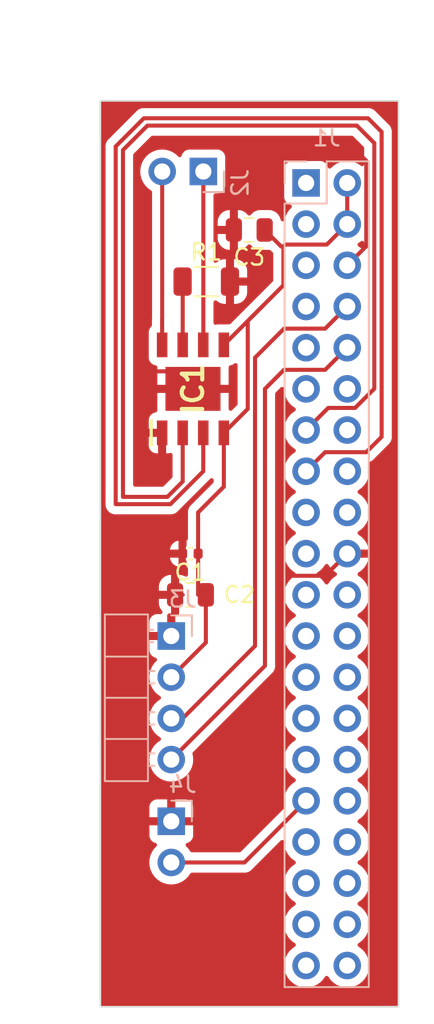
<source format=kicad_pcb>
(kicad_pcb (version 20221018) (generator pcbnew)
  (layers (0 "F.Cu" signal) (31 "B.Cu" signal) (34 "B.Paste" user) (35 "F.Paste" user) (36 "B.SilkS" user "B.Silkscreen") (37 "F.SilkS" user "F.Silkscreen") (38 "B.Mask" user) (39 "F.Mask" user) (44 "Edge.Cuts" user))
  (net 0 "")
  (net 1 "GND")
  (net 2 "/MOTOR_FORWARD")
  (net 3 "/MOTOR_BACKWARD")
  (net 4 "VCC")
  (net 5 "/MOTOR_F_OUT")
  (net 6 "Net-(IC1-ISEN)")
  (net 7 "/MOTOR_R_OUT")
  (net 39 "/TXD")
  (net 40 "/RXD")
  (net 41 "/LED_GPIO")
  (footprint "Capacitor_SMD:C_0805_2012Metric" (layer "F.Cu") (at 33.5 55.88 180)
    (fp_text reference "C2" (at -3.02287 0.008633 180) (layer "F.SilkS"))
    (fp_text value "47μF")
    (fp_line (start -0.261252 -0.735) (end 0.261252 -0.735) (stroke (width 0.12)) (layer "F.SilkS"))
    (fp_line (start -0.261252 0.735) (end 0.261252 0.735) (stroke (width 0.12)) (layer "F.SilkS"))
    (pad "1" smd roundrect (at -0.95 0 180) (size 1 1.45) (layers "F.Cu" "F.Paste" "F.Mask") (net 4 "VCC"))
    (pad "2" smd roundrect (at 0.95 0 180) (size 1 1.45) (layers "F.Cu" "F.Paste" "F.Mask") (net 1 "GND"))
  )
  (footprint "KiCad:SOIC127P600X170-9N" (layer "F.Cu") (at 33.655 43.18 90)
    (fp_text reference "IC1" (at 0 0 90) (layer "F.SilkS") (effects (font (size 1.27 1.27) (thickness 0.254))))
    (fp_text value "DRV8251DDAR" hide)
    (fp_line (start -3.475 -2.58) (end -1.95 -2.58) (stroke (width 0.2)) (layer "F.SilkS"))
    (pad "1" smd rect (at -2.712 -1.905 180) (size 0.65 1.525) (layers "F.Cu" "F.Paste" "F.Mask") (net 1 "GND"))
    (pad "2" smd rect (at -2.712 -0.635 180) (size 0.65 1.525) (layers "F.Cu" "F.Paste" "F.Mask") (net 2 "/MOTOR_FORWARD"))
    (pad "3" smd rect (at -2.712 0.635 180) (size 0.65 1.525) (layers "F.Cu" "F.Paste" "F.Mask") (net 3 "/MOTOR_BACKWARD"))
    (pad "4" smd rect (at -2.712 1.905 180) (size 0.65 1.525) (layers "F.Cu" "F.Paste" "F.Mask") (net 4 "VCC"))
    (pad "5" smd rect (at 2.712 1.905 180) (size 0.65 1.525) (layers "F.Cu" "F.Paste" "F.Mask") (net 4 "VCC"))
    (pad "6" smd rect (at 2.712 0.635 180) (size 0.65 1.525) (layers "F.Cu" "F.Paste" "F.Mask") (net 5 "/MOTOR_F_OUT"))
    (pad "7" smd rect (at 2.712 -0.635 180) (size 0.65 1.525) (layers "F.Cu" "F.Paste" "F.Mask") (net 6 "Net-(IC1-ISEN)"))
    (pad "8" smd rect (at 2.712 -1.905 180) (size 0.65 1.525) (layers "F.Cu" "F.Paste" "F.Mask") (net 7 "/MOTOR_R_OUT"))
    (pad "9" smd rect (at 0 0 90) (size 2.71 3.4) (layers "F.Cu" "F.Paste" "F.Mask") (net 1 "GND"))
  )
  (footprint "Resistor_SMD:R_1206_3216Metric" (layer "F.Cu") (at 34.476584 36.563709)
    (fp_text reference "R1" (at 0 -1.82) (layer "F.SilkS"))
    (fp_text value "6.5Ω")
    (fp_line (start -0.727064 -0.91) (end 0.727064 -0.91) (stroke (width 0.12)) (layer "F.SilkS"))
    (fp_line (start -0.727064 0.91) (end 0.727064 0.91) (stroke (width 0.12)) (layer "F.SilkS"))
    (pad "1" smd roundrect (at -1.4625 0) (size 1.125 1.75) (layers "F.Cu" "F.Paste" "F.Mask") (roundrect_rratio 0.2222222222) (net 6 "Net-(IC1-ISEN)"))
    (pad "2" smd roundrect (at 1.4625 0) (size 1.125 1.75) (layers "F.Cu" "F.Paste" "F.Mask") (roundrect_rratio 0.2222222222) (net 1 "GND"))
  )
  (footprint "Capacitor_SMD:C_0805_2012Metric" (layer "F.Cu") (at 37.129626 33.380029 180)
    (fp_text reference "C3" (at 0 -1.68) (layer "F.SilkS"))
    (fp_text value "47μF")
    (fp_line (start -0.261252 -0.735) (end 0.261252 -0.735) (stroke (width 0.12)) (layer "F.SilkS"))
    (fp_line (start -0.261252 0.735) (end 0.261252 0.735) (stroke (width 0.12)) (layer "F.SilkS"))
    (pad "1" smd roundrect (at -0.95 0 180) (size 1 1.45) (layers "F.Cu" "F.Paste" "F.Mask") (net 4 "VCC"))
    (pad "2" smd roundrect (at 0.95 0 180) (size 1 1.45) (layers "F.Cu" "F.Paste" "F.Mask") (net 1 "GND"))
  )
  (footprint "Capacitor_SMD:C_0402_1005Metric" (layer "F.Cu") (at 33.492285 53.34 180)
    (fp_text reference "C1" (at 0 -1.16) (layer "F.SilkS"))
    (fp_text value "0.1μF")
    (fp_line (start -0.107836 -0.36) (end 0.107836 -0.36) (stroke (width 0.12)) (layer "F.SilkS"))
    (fp_line (start -0.107836 0.36) (end 0.107836 0.36) (stroke (width 0.12)) (layer "F.SilkS"))
    (pad "1" smd roundrect (at -0.48 0 180) (size 0.56 0.62) (layers "F.Cu" "F.Paste" "F.Mask") (net 4 "VCC"))
    (pad "2" smd roundrect (at 0.48 0 180) (size 0.56 0.62) (layers "F.Cu" "F.Paste" "F.Mask") (net 1 "GND"))
  )
  (footprint "Library:CUSTOM_PinHeader_1x04_P2.54mm_Horizontal" (layer "B.Cu") (at 32.315 58.42 180)
    (fp_text reference "J3" (at -0.705 2.27) (layer "B.SilkS") (effects (justify mirror)))
    (fp_text value "NFC")
    (fp_line (start -1.27 0) (end -1.27 1.27) (stroke (width 0.12)) (layer "B.SilkS"))
    (fp_line (start -1.27 1.27) (end 0 1.27) (stroke (width 0.12)) (layer "B.SilkS"))
    (fp_line (start 1.042929 -8) (end 1.44 -8) (stroke (width 0.12)) (layer "B.SilkS"))
    (fp_line (start 1.042929 -7.24) (end 1.44 -7.24) (stroke (width 0.12)) (layer "B.SilkS"))
    (fp_line (start 1.042929 -5.46) (end 1.44 -5.46) (stroke (width 0.12)) (layer "B.SilkS"))
    (fp_line (start 1.042929 -4.7) (end 1.44 -4.7) (stroke (width 0.12)) (layer "B.SilkS"))
    (fp_line (start 1.042929 -2.92) (end 1.44 -2.92) (stroke (width 0.12)) (layer "B.SilkS"))
    (fp_line (start 1.042929 -2.16) (end 1.44 -2.16) (stroke (width 0.12)) (layer "B.SilkS"))
    (fp_line (start 1.11 -0.38) (end 1.44 -0.38) (stroke (width 0.12)) (layer "B.SilkS"))
    (fp_line (start 1.11 0.38) (end 1.44 0.38) (stroke (width 0.12)) (layer "B.SilkS"))
    (fp_line (start 1.44 -8.95) (end 4.1 -8.95) (stroke (width 0.12)) (layer "B.SilkS"))
    (fp_line (start 1.44 -6.35) (end 4.1 -6.35) (stroke (width 0.12)) (layer "B.SilkS"))
    (fp_line (start 1.44 -3.81) (end 4.1 -3.81) (stroke (width 0.12)) (layer "B.SilkS"))
    (fp_line (start 1.44 -1.27) (end 4.1 -1.27) (stroke (width 0.12)) (layer "B.SilkS"))
    (fp_line (start 1.44 1.33) (end 1.44 -8.95) (stroke (width 0.12)) (layer "B.SilkS"))
    (fp_line (start 4.1 -8.95) (end 4.1 1.33) (stroke (width 0.12)) (layer "B.SilkS"))
    (fp_line (start 4.1 1.33) (end 1.44 1.33) (stroke (width 0.12)) (layer "B.SilkS"))
    (pad "1" thru_hole rect (at 0 0 180) (size 1.7 1.7) (drill 1) (layers "*.Cu" "*.Mask") (net 1 "GND"))
    (pad "2" thru_hole oval (at 0 -2.54 180) (size 1.7 1.7) (drill 1) (layers "*.Cu" "*.Mask") (net 4 "VCC"))
    (pad "3" thru_hole oval (at 0 -5.08 180) (size 1.7 1.7) (drill 1) (layers "*.Cu" "*.Mask") (net 39 "/TXD"))
    (pad "4" thru_hole oval (at 0 -7.62 180) (size 1.7 1.7) (drill 1) (layers "*.Cu" "*.Mask") (net 40 "/RXD"))
  )
  (footprint "Library:CUSTOM_PIN_HEADER_01x02_J2" (layer "B.Cu") (at 34.295 29.775 90)
    (fp_text reference "J2" (at -0.705 2.27 90) (layer "B.SilkS") (effects (justify mirror)))
    (fp_text value "MOTOR_OUTPUT")
    (fp_line (start -1.27 0) (end -1.27 1.27) (stroke (width 0.12)) (layer "B.SilkS"))
    (fp_line (start -1.27 1.27) (end 0 1.27) (stroke (width 0.12)) (layer "B.SilkS"))
    (pad "1" thru_hole rect (at 0 0 90) (size 1.7 1.7) (drill 1) (layers "*.Cu" "*.Mask") (net 5 "/MOTOR_F_OUT"))
    (pad "2" thru_hole oval (at 0 -2.54 90) (size 1.7 1.7) (drill 1) (layers "*.Cu" "*.Mask") (net 7 "/MOTOR_R_OUT"))
  )
  (footprint "Library:CUSTOM_PIN_HEADER_01x02_J2" (layer "B.Cu") (at 32.315 69.845 180)
    (fp_text reference "J4" (at -0.705 2.27) (layer "B.SilkS") (effects (justify mirror)))
    (fp_text value "LED")
    (fp_line (start -1.27 0) (end -1.27 1.27) (stroke (width 0.12)) (layer "B.SilkS"))
    (fp_line (start -1.27 1.27) (end 0 1.27) (stroke (width 0.12)) (layer "B.SilkS"))
    (pad "1" thru_hole rect (at 0 0 180) (size 1.7 1.7) (drill 1) (layers "*.Cu" "*.Mask") (net 1 "GND"))
    (pad "2" thru_hole oval (at 0 -2.54 180) (size 1.7 1.7) (drill 1) (layers "*.Cu" "*.Mask") (net 41 "/LED_GPIO"))
  )
  (footprint "Connector_PinSocket_2.54mm:PinSocket_2x20_P2.54mm_Vertical" (layer "B.Cu") (at 40.64 30.48 180)
    (fp_text reference "J1" (at -1.27 2.77) (layer "B.SilkS") (effects (justify mirror)))
    (fp_text value "Raspberry_Pi_2_3")
    (fp_line (start -3.87 -49.59) (end 1.33 -49.59) (stroke (width 0.12)) (layer "B.SilkS"))
    (fp_line (start -3.87 1.33) (end -3.87 -49.59) (stroke (width 0.12)) (layer "B.SilkS"))
    (fp_line (start -3.87 1.33) (end -1.27 1.33) (stroke (width 0.12)) (layer "B.SilkS"))
    (fp_line (start -1.27 -1.27) (end 1.33 -1.27) (stroke (width 0.12)) (layer "B.SilkS"))
    (fp_line (start -1.27 1.33) (end -1.27 -1.27) (stroke (width 0.12)) (layer "B.SilkS"))
    (fp_line (start 0 1.33) (end 1.33 1.33) (stroke (width 0.12)) (layer "B.SilkS"))
    (fp_line (start 1.33 -1.27) (end 1.33 -49.59) (stroke (width 0.12)) (layer "B.SilkS"))
    (fp_line (start 1.33 1.33) (end 1.33 0) (stroke (width 0.12)) (layer "B.SilkS"))
    (pad "1" thru_hole rect (at 0 0 180) (size 1.7 1.7) (drill 1) (layers "*.Cu" "*.Mask"))
    (pad "2" thru_hole oval (at -2.54 0 180) (size 1.7 1.7) (drill 1) (layers "*.Cu" "*.Mask") (net 4 "VCC"))
    (pad "3" thru_hole oval (at 0 -2.54 180) (size 1.7 1.7) (drill 1) (layers "*.Cu" "*.Mask"))
    (pad "4" thru_hole oval (at -2.54 -2.54 180) (size 1.7 1.7) (drill 1) (layers "*.Cu" "*.Mask") (net 4 "VCC"))
    (pad "5" thru_hole oval (at 0 -5.08 180) (size 1.7 1.7) (drill 1) (layers "*.Cu" "*.Mask"))
    (pad "6" thru_hole oval (at -2.54 -5.08 180) (size 1.7 1.7) (drill 1) (layers "*.Cu" "*.Mask") (net 1 "GND"))
    (pad "7" thru_hole oval (at 0 -7.62 180) (size 1.7 1.7) (drill 1) (layers "*.Cu" "*.Mask"))
    (pad "8" thru_hole oval (at -2.54 -7.62 180) (size 1.7 1.7) (drill 1) (layers "*.Cu" "*.Mask") (net 39 "/TXD"))
    (pad "9" thru_hole oval (at 0 -10.16 180) (size 1.7 1.7) (drill 1) (layers "*.Cu" "*.Mask"))
    (pad "10" thru_hole oval (at -2.54 -10.16 180) (size 1.7 1.7) (drill 1) (layers "*.Cu" "*.Mask") (net 40 "/RXD"))
    (pad "11" thru_hole oval (at 0 -12.7 180) (size 1.7 1.7) (drill 1) (layers "*.Cu" "*.Mask"))
    (pad "12" thru_hole oval (at -2.54 -12.7 180) (size 1.7 1.7) (drill 1) (layers "*.Cu" "*.Mask"))
    (pad "13" thru_hole oval (at 0 -15.24 180) (size 1.7 1.7) (drill 1) (layers "*.Cu" "*.Mask") (net 2 "/MOTOR_FORWARD"))
    (pad "14" thru_hole oval (at -2.54 -15.24 180) (size 1.7 1.7) (drill 1) (layers "*.Cu" "*.Mask"))
    (pad "15" thru_hole oval (at 0 -17.78 180) (size 1.7 1.7) (drill 1) (layers "*.Cu" "*.Mask") (net 3 "/MOTOR_BACKWARD"))
    (pad "16" thru_hole oval (at -2.54 -17.78 180) (size 1.7 1.7) (drill 1) (layers "*.Cu" "*.Mask"))
    (pad "17" thru_hole oval (at 0 -20.32 180) (size 1.7 1.7) (drill 1) (layers "*.Cu" "*.Mask"))
    (pad "18" thru_hole oval (at -2.54 -20.32 180) (size 1.7 1.7) (drill 1) (layers "*.Cu" "*.Mask"))
    (pad "19" thru_hole oval (at 0 -22.86 180) (size 1.7 1.7) (drill 1) (layers "*.Cu" "*.Mask"))
    (pad "20" thru_hole oval (at -2.54 -22.86 180) (size 1.7 1.7) (drill 1) (layers "*.Cu" "*.Mask") (net 1 "GND"))
    (pad "21" thru_hole oval (at 0 -25.4 180) (size 1.7 1.7) (drill 1) (layers "*.Cu" "*.Mask"))
    (pad "22" thru_hole oval (at -2.54 -25.4 180) (size 1.7 1.7) (drill 1) (layers "*.Cu" "*.Mask"))
    (pad "23" thru_hole oval (at 0 -27.94 180) (size 1.7 1.7) (drill 1) (layers "*.Cu" "*.Mask"))
    (pad "24" thru_hole oval (at -2.54 -27.94 180) (size 1.7 1.7) (drill 1) (layers "*.Cu" "*.Mask"))
    (pad "25" thru_hole oval (at 0 -30.48 180) (size 1.7 1.7) (drill 1) (layers "*.Cu" "*.Mask"))
    (pad "26" thru_hole oval (at -2.54 -30.48 180) (size 1.7 1.7) (drill 1) (layers "*.Cu" "*.Mask"))
    (pad "27" thru_hole oval (at 0 -33.02 180) (size 1.7 1.7) (drill 1) (layers "*.Cu" "*.Mask"))
    (pad "28" thru_hole oval (at -2.54 -33.02 180) (size 1.7 1.7) (drill 1) (layers "*.Cu" "*.Mask"))
    (pad "29" thru_hole oval (at 0 -35.56 180) (size 1.7 1.7) (drill 1) (layers "*.Cu" "*.Mask"))
    (pad "30" thru_hole oval (at -2.54 -35.56 180) (size 1.7 1.7) (drill 1) (layers "*.Cu" "*.Mask"))
    (pad "31" thru_hole oval (at 0 -38.1 180) (size 1.7 1.7) (drill 1) (layers "*.Cu" "*.Mask") (net 41 "/LED_GPIO"))
    (pad "32" thru_hole oval (at -2.54 -38.1 180) (size 1.7 1.7) (drill 1) (layers "*.Cu" "*.Mask"))
    (pad "33" thru_hole oval (at 0 -40.64 180) (size 1.7 1.7) (drill 1) (layers "*.Cu" "*.Mask"))
    (pad "34" thru_hole oval (at -2.54 -40.64 180) (size 1.7 1.7) (drill 1) (layers "*.Cu" "*.Mask"))
    (pad "35" thru_hole oval (at 0 -43.18 180) (size 1.7 1.7) (drill 1) (layers "*.Cu" "*.Mask"))
    (pad "36" thru_hole oval (at -2.54 -43.18 180) (size 1.7 1.7) (drill 1) (layers "*.Cu" "*.Mask"))
    (pad "37" thru_hole oval (at 0 -45.72 180) (size 1.7 1.7) (drill 1) (layers "*.Cu" "*.Mask"))
    (pad "38" thru_hole oval (at -2.54 -45.72 180) (size 1.7 1.7) (drill 1) (layers "*.Cu" "*.Mask"))
    (pad "39" thru_hole oval (at 0 -48.26 180) (size 1.7 1.7) (drill 1) (layers "*.Cu" "*.Mask"))
    (pad "40" thru_hole oval (at -2.54 -48.26 180) (size 1.7 1.7) (drill 1) (layers "*.Cu" "*.Mask"))
  )
  (gr_rect (start 27.94 25.423187) (end 46.341006 81.28) (stroke (width 0.1)) (fill none) (layer "Edge.Cuts"))
  (segment (start 33.012285 55.872285) (end 33.02 55.88) (width 0.25) (layer "F.Cu") (net 1))
  (segment (start 44.355 29.115) (end 43.18 27.94) (width 0.25) (layer "F.Cu") (net 1))
  (segment (start 32.574226 42.099226) (end 31.163035 42.099226) (width 0.25) (layer "F.Cu") (net 1))
  (segment (start 43.18 35.56) (end 44.355 34.385) (width 0.25) (layer "F.Cu") (net 1))
  (segment (start 41.815 54.705) (end 39.275 54.705) (width 0.25) (layer "F.Cu") (net 1))
  (segment (start 43.18 53.34) (end 41.815 54.705) (width 0.25) (layer "F.Cu") (net 1))
  (segment (start 44.355 34.385) (end 44.355 29.115) (width 0.25) (layer "F.Cu") (net 1))
  (segment (start 29.33322 49.840661) (end 32.076054 49.840661) (width 0.25) (layer "F.Cu") (net 2))
  (segment (start 33.02 48.896715) (end 33.02 45.892) (width 0.25) (layer "F.Cu") (net 2))
  (segment (start 43.77251 26.944197) (end 30.84459 26.944197) (width 0.25) (layer "F.Cu") (net 2))
  (segment (start 43.666701 44.355) (end 44.852428 43.169273) (width 0.25) (layer "F.Cu") (net 2))
  (segment (start 44.852428 28.024115) (end 43.77251 26.944197) (width 0.25) (layer "F.Cu") (net 2))
  (segment (start 29.33322 28.455567) (end 29.33322 49.840661) (width 0.25) (layer "F.Cu") (net 2))
  (segment (start 30.84459 26.944197) (end 29.33322 28.455567) (width 0.25) (layer "F.Cu") (net 2))
  (segment (start 42.005 44.355) (end 43.666701 44.355) (width 0.25) (layer "F.Cu") (net 2))
  (segment (start 40.64 45.72) (end 42.005 44.355) (width 0.25) (layer "F.Cu") (net 2))
  (segment (start 32.076054 49.840661) (end 33.02 48.896715) (width 0.25) (layer "F.Cu") (net 2))
  (segment (start 44.852428 43.169273) (end 44.852428 28.024115) (width 0.25) (layer "F.Cu") (net 2))
  (segment (start 32.26245 50.290661) (end 34.29 48.263111) (width 0.25) (layer "F.Cu") (net 3))
  (segment (start 34.29 48.263111) (end 34.29 45.892) (width 0.25) (layer "F.Cu") (net 3))
  (segment (start 45.302428 27.332995) (end 44.46363 26.494197) (width 0.25) (layer "F.Cu") (net 3))
  (segment (start 41.815 47.085) (end 44.355 47.085) (width 0.25) (layer "F.Cu") (net 3))
  (segment (start 44.355 47.085) (end 45.302428 46.137572) (width 0.25) (layer "F.Cu") (net 3))
  (segment (start 40.64 48.26) (end 41.815 47.085) (width 0.25) (layer "F.Cu") (net 3))
  (segment (start 28.88322 28.232776) (end 28.88322 50.290661) (width 0.25) (layer "F.Cu") (net 3))
  (segment (start 44.46363 26.494197) (end 30.621799 26.494197) (width 0.25) (layer "F.Cu") (net 3))
  (segment (start 30.621799 26.494197) (end 28.88322 28.232776) (width 0.25) (layer "F.Cu") (net 3))
  (segment (start 28.88322 50.290661) (end 32.26245 50.290661) (width 0.25) (layer "F.Cu") (net 3))
  (segment (start 45.302428 46.137572) (end 45.302428 27.332995) (width 0.25) (layer "F.Cu") (net 3))
  (segment (start 38.014 38.014) (end 37.036173 38.991827) (width 0.25) (layer "F.Cu") (net 4))
  (segment (start 34.45 58.825) (end 34.45 55.88) (width 0.25) (layer "F.Cu") (net 4))
  (segment (start 35.56 40.64) (end 35.56 40.468) (width 0.25) (layer "F.Cu") (net 4))
  (segment (start 43.18 30.48) (end 43.18 33.02) (width 0.25) (layer "F.Cu") (net 4))
  (segment (start 33.98 55.88) (end 33.972285 55.872285) (width 0.25) (layer "F.Cu") (net 4))
  (segment (start 37.036173 44.415827) (end 35.56 45.892) (width 0.25) (layer "F.Cu") (net 4))
  (segment (start 39.355183 34.280675) (end 39.239318 34.39654) (width 0.25) (layer "F.Cu") (net 4))
  (segment (start 39.239318 34.39654) (end 39.239318 36.788682) (width 0.25) (layer "F.Cu") (net 4))
  (segment (start 39.096137 34.39654) (end 39.239318 34.39654) (width 0.25) (layer "F.Cu") (net 4))
  (segment (start 35.56 49.212285) (end 35.56 45.892) (width 0.25) (layer "F.Cu") (net 4))
  (segment (start 33.972285 55.872285) (end 33.972285 53.34) (width 0.25) (layer "F.Cu") (net 4))
  (segment (start 33.972285 50.8) (end 35.56 49.212285) (width 0.25) (layer "F.Cu") (net 4))
  (segment (start 41.919325 34.280675) (end 39.355183 34.280675) (width 0.25) (layer "F.Cu") (net 4))
  (segment (start 38.079626 33.380029) (end 39.096137 34.39654) (width 0.25) (layer "F.Cu") (net 4))
  (segment (start 43.18 33.02) (end 41.919325 34.280675) (width 0.25) (layer "F.Cu") (net 4))
  (segment (start 39.239318 36.788682) (end 38.014 38.014) (width 0.25) (layer "F.Cu") (net 4))
  (segment (start 34.45 58.825) (end 32.315 60.96) (width 0.25) (layer "F.Cu") (net 4))
  (segment (start 34.570095 55.759905) (end 34.45 55.88) (width 0.25) (layer "F.Cu") (net 4))
  (segment (start 33.972285 50.8) (end 33.972285 53.34) (width 0.25) (layer "F.Cu") (net 4))
  (segment (start 37.036173 38.991827) (end 37.036173 44.415827) (width 0.25) (layer "F.Cu") (net 4))
  (segment (start 38.014 38.014) (end 35.56 40.468) (width 0.25) (layer "F.Cu") (net 4))
  (segment (start 34.295 40.463) (end 34.29 40.468) (width 0.25) (layer "F.Cu") (net 5))
  (segment (start 34.295 29.775) (end 34.295 40.463) (width 0.25) (layer "F.Cu") (net 5))
  (segment (start 33.02 36.569625) (end 33.02 40.468) (width 0.25) (layer "F.Cu") (net 6))
  (segment (start 33.014084 36.563709) (end 33.02 36.569625) (width 0.25) (layer "F.Cu") (net 6))
  (segment (start 31.755 38.915) (end 31.755 29.775) (width 0.25) (layer "F.Cu") (net 7))
  (segment (start 31.75 40.468) (end 31.75 38.92) (width 0.25) (layer "F.Cu") (net 7))
  (segment (start 31.755 40.463) (end 31.75 40.468) (width 0.25) (layer "F.Cu") (net 7))
  (segment (start 31.75 38.92) (end 31.755 38.915) (width 0.25) (layer "F.Cu") (net 7))
  (segment (start 43.18 38.1) (end 41.815 39.465) (width 0.25) (layer "F.Cu") (net 39))
  (segment (start 37.486173 41.253827) (end 37.486173 59.033827) (width 0.25) (layer "F.Cu") (net 39))
  (segment (start 41.815 39.465) (end 39.275 39.465) (width 0.25) (layer "F.Cu") (net 39))
  (segment (start 39.275 39.465) (end 37.486173 41.253827) (width 0.25) (layer "F.Cu") (net 39))
  (segment (start 33.02 63.5) (end 32.315 63.5) (width 0.25) (layer "F.Cu") (net 39))
  (segment (start 37.486173 59.033827) (end 33.02 63.5) (width 0.25) (layer "F.Cu") (net 39))
  (segment (start 38.1 43.18) (end 38.1 60.255) (width 0.25) (layer "F.Cu") (net 40))
  (segment (start 43.18 40.64) (end 41.815 42.005) (width 0.25) (layer "F.Cu") (net 40))
  (segment (start 38.1 60.255) (end 32.315 66.04) (width 0.25) (layer "F.Cu") (net 40))
  (segment (start 39.275 42.005) (end 38.1 43.18) (width 0.25) (layer "F.Cu") (net 40))
  (segment (start 41.815 42.005) (end 39.275 42.005) (width 0.25) (layer "F.Cu") (net 40))
  (segment (start 40.64 68.58) (end 36.835 72.385) (width 0.25) (layer "F.Cu") (net 41))
  (segment (start 36.835 72.385) (end 32.315 72.385) (width 0.25) (layer "F.Cu") (net 41))
  (zone (net 1) (net_name "GND") (layer "F.Cu") (connect_pads (clearance 0.5)) (min_thickness 0.25) (fill yes (thermal_gap 0.5) (thermal_bridge_width 0.5))
    (polygon (pts (xy 27.94 25.4) (xy 46.341006 25.423187) (xy 46.341006 81.227713) (xy 27.94 81.28)))
  )
)
</source>
